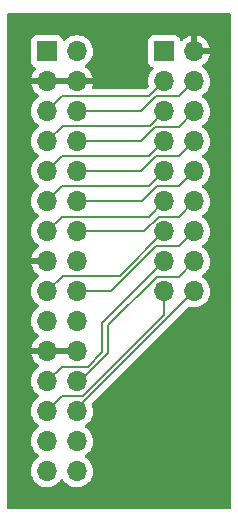
<source format=gbl>
%TF.GenerationSoftware,KiCad,Pcbnew,(5.99.0-11691-gd9cf939ba1)*%
%TF.CreationDate,2021-08-18T15:14:57+12:00*%
%TF.ProjectId,pmod_ov7670,706d6f64-5f6f-4763-9736-37302e6b6963,rev?*%
%TF.SameCoordinates,Original*%
%TF.FileFunction,Copper,L2,Bot*%
%TF.FilePolarity,Positive*%
%FSLAX46Y46*%
G04 Gerber Fmt 4.6, Leading zero omitted, Abs format (unit mm)*
G04 Created by KiCad (PCBNEW (5.99.0-11691-gd9cf939ba1)) date 2021-08-18 15:14:57*
%MOMM*%
%LPD*%
G01*
G04 APERTURE LIST*
%TA.AperFunction,ComponentPad*%
%ADD10R,1.700000X1.700000*%
%TD*%
%TA.AperFunction,ComponentPad*%
%ADD11O,1.700000X1.700000*%
%TD*%
%TA.AperFunction,Conductor*%
%ADD12C,0.200000*%
%TD*%
G04 APERTURE END LIST*
D10*
%TO.P,J2,1,Pin_1*%
%TO.N,+3V3*%
X31825000Y-21700000D03*
D11*
%TO.P,J2,2,Pin_2*%
%TO.N,GND*%
X34365000Y-21700000D03*
%TO.P,J2,3,Pin_3*%
%TO.N,/CAM_SCL*%
X31825000Y-24240000D03*
%TO.P,J2,4,Pin_4*%
%TO.N,/F20*%
X34365000Y-24240000D03*
%TO.P,J2,5,Pin_5*%
%TO.N,/CAM_VSY*%
X31825000Y-26780000D03*
%TO.P,J2,6,Pin_6*%
%TO.N,/B20*%
X34365000Y-26780000D03*
%TO.P,J2,7,Pin_7*%
%TO.N,/CAM_PCLK*%
X31825000Y-29320000D03*
%TO.P,J2,8,Pin_8*%
%TO.N,/B18*%
X34365000Y-29320000D03*
%TO.P,J2,9,Pin_9*%
%TO.N,/CAM_D7*%
X31825000Y-31860000D03*
%TO.P,J2,10,Pin_10*%
%TO.N,/C17*%
X34365000Y-31860000D03*
%TO.P,J2,11,Pin_11*%
%TO.N,/CAM_D5*%
X31825000Y-34400000D03*
%TO.P,J2,12,Pin_12*%
%TO.N,/D3*%
X34365000Y-34400000D03*
%TO.P,J2,13,Pin_13*%
%TO.N,/C3*%
X31825000Y-36940000D03*
%TO.P,J2,14,Pin_14*%
%TO.N,/B4*%
X34365000Y-36940000D03*
%TO.P,J2,15,Pin_15*%
%TO.N,/A3*%
X31825000Y-39480000D03*
%TO.P,J2,16,Pin_16*%
%TO.N,/E3*%
X34365000Y-39480000D03*
%TO.P,J2,17,Pin_17*%
%TO.N,/B1*%
X31825000Y-42020000D03*
%TO.P,J2,18,Pin_18*%
%TO.N,/C2*%
X34365000Y-42020000D03*
%TD*%
D10*
%TO.P,J1,1,Pin_1*%
%TO.N,+3V3*%
X21900000Y-21700000D03*
D11*
%TO.P,J1,2,Pin_2*%
X24440000Y-21700000D03*
%TO.P,J1,3,Pin_3*%
%TO.N,GND*%
X21900000Y-24240000D03*
%TO.P,J1,4,Pin_4*%
X24440000Y-24240000D03*
%TO.P,J1,5,Pin_5*%
%TO.N,/CAM_SCL*%
X21900000Y-26780000D03*
%TO.P,J1,6,Pin_6*%
%TO.N,/F20*%
X24440000Y-26780000D03*
%TO.P,J1,7,Pin_7*%
%TO.N,/CAM_VSY*%
X21900000Y-29320000D03*
%TO.P,J1,8,Pin_8*%
%TO.N,/B20*%
X24440000Y-29320000D03*
%TO.P,J1,9,Pin_9*%
%TO.N,/CAM_PCLK*%
X21900000Y-31860000D03*
%TO.P,J1,10,Pin_10*%
%TO.N,/B18*%
X24440000Y-31860000D03*
%TO.P,J1,11,Pin_11*%
%TO.N,/CAM_D7*%
X21900000Y-34400000D03*
%TO.P,J1,12,Pin_12*%
%TO.N,/C17*%
X24440000Y-34400000D03*
%TO.P,J1,13,Pin_13*%
%TO.N,/CAM_D5*%
X21900000Y-36940000D03*
%TO.P,J1,14,Pin_14*%
%TO.N,/D3*%
X24440000Y-36940000D03*
%TO.P,J1,15,Pin_15*%
%TO.N,GND*%
X21900000Y-39480000D03*
%TO.P,J1,16,Pin_16*%
%TO.N,+5V*%
X24440000Y-39480000D03*
%TO.P,J1,17,Pin_17*%
%TO.N,/C3*%
X21900000Y-42020000D03*
%TO.P,J1,18,Pin_18*%
%TO.N,/B4*%
X24440000Y-42020000D03*
%TO.P,J1,19,Pin_19*%
%TO.N,+3V3*%
X21900000Y-44560000D03*
%TO.P,J1,20,Pin_20*%
X24440000Y-44560000D03*
%TO.P,J1,21,Pin_21*%
%TO.N,GND*%
X21900000Y-47100000D03*
%TO.P,J1,22,Pin_22*%
X24440000Y-47100000D03*
%TO.P,J1,23,Pin_23*%
%TO.N,/A3*%
X21900000Y-49640000D03*
%TO.P,J1,24,Pin_24*%
%TO.N,/E3*%
X24440000Y-49640000D03*
%TO.P,J1,25,Pin_25*%
%TO.N,/B1*%
X21900000Y-52180000D03*
%TO.P,J1,26,Pin_26*%
%TO.N,/C2*%
X24440000Y-52180000D03*
%TO.P,J1,27,Pin_27*%
%TO.N,/D2*%
X21900000Y-54720000D03*
%TO.P,J1,28,Pin_28*%
%TO.N,/C1*%
X24440000Y-54720000D03*
%TO.P,J1,29,Pin_29*%
%TO.N,/E2*%
X21900000Y-57260000D03*
%TO.P,J1,30,Pin_30*%
%TO.N,/D1*%
X24440000Y-57260000D03*
%TD*%
D12*
%TO.N,/F20*%
X29850006Y-26780000D02*
X24440000Y-26780000D01*
X31130006Y-25500000D02*
X29850006Y-26780000D01*
X33105000Y-25500000D02*
X31130006Y-25500000D01*
X34365000Y-24240000D02*
X33105000Y-25500000D01*
%TO.N,/B20*%
X31070006Y-28100000D02*
X29850006Y-29320000D01*
X33045000Y-28100000D02*
X31070006Y-28100000D01*
X34365000Y-26780000D02*
X33045000Y-28100000D01*
X29850006Y-29320000D02*
X24440000Y-29320000D01*
%TO.N,/B18*%
X31139023Y-30600000D02*
X29879023Y-31860000D01*
X29879023Y-31860000D02*
X24440000Y-31860000D01*
X33085000Y-30600000D02*
X31139023Y-30600000D01*
X34365000Y-29320000D02*
X33085000Y-30600000D01*
%TO.N,/E3*%
X24725007Y-49640000D02*
X24440000Y-49640000D01*
X27100000Y-47265007D02*
X24725007Y-49640000D01*
X31209673Y-40800000D02*
X27100000Y-44909673D01*
X33045000Y-40800000D02*
X31209673Y-40800000D01*
X27100000Y-44909673D02*
X27100000Y-47265007D01*
X34365000Y-39480000D02*
X33045000Y-40800000D01*
%TO.N,/D3*%
X31400000Y-35700000D02*
X30160000Y-36940000D01*
X30160000Y-36940000D02*
X24440000Y-36940000D01*
X33065000Y-35700000D02*
X31400000Y-35700000D01*
X34365000Y-34400000D02*
X33065000Y-35700000D01*
%TO.N,/C17*%
X29958367Y-34400000D02*
X24440000Y-34400000D01*
X31258367Y-33100000D02*
X29958367Y-34400000D01*
X33125000Y-33100000D02*
X31258367Y-33100000D01*
X34365000Y-31860000D02*
X33125000Y-33100000D01*
%TO.N,/B4*%
X31130006Y-38200000D02*
X27310006Y-42020000D01*
X33105000Y-38200000D02*
X31130006Y-38200000D01*
X34365000Y-36940000D02*
X33105000Y-38200000D01*
X27310006Y-42020000D02*
X24440000Y-42020000D01*
%TO.N,/B1*%
X23180000Y-50900000D02*
X21900000Y-52180000D01*
X24919994Y-50900000D02*
X23180000Y-50900000D01*
X31825000Y-43994994D02*
X24919994Y-50900000D01*
X31825000Y-42020000D02*
X31825000Y-43994994D01*
%TO.N,/A3*%
X25400001Y-48400000D02*
X23140000Y-48400000D01*
X23140000Y-48400000D02*
X21900000Y-49640000D01*
X26600000Y-47200001D02*
X25400001Y-48400000D01*
X26600000Y-44705000D02*
X26600000Y-47200001D01*
X31825000Y-39480000D02*
X26600000Y-44705000D01*
%TO.N,/C3*%
X28065000Y-40700000D02*
X23220000Y-40700000D01*
X23220000Y-40700000D02*
X21900000Y-42020000D01*
X31825000Y-36940000D02*
X28065000Y-40700000D01*
%TO.N,/CAM_D5*%
X23140000Y-35700000D02*
X21900000Y-36940000D01*
X30525000Y-35700000D02*
X23140000Y-35700000D01*
X31825000Y-34400000D02*
X30525000Y-35700000D01*
%TO.N,/CAM_D7*%
X30585000Y-33100000D02*
X23200000Y-33100000D01*
X31825000Y-31860000D02*
X30585000Y-33100000D01*
X23200000Y-33100000D02*
X21900000Y-34400000D01*
%TO.N,/CAM_PCLK*%
X23160000Y-30600000D02*
X21900000Y-31860000D01*
X30545000Y-30600000D02*
X23160000Y-30600000D01*
X31825000Y-29320000D02*
X30545000Y-30600000D01*
%TO.N,/CAM_VSY*%
X30605000Y-28000000D02*
X23220000Y-28000000D01*
X31825000Y-26780000D02*
X30605000Y-28000000D01*
X23220000Y-28000000D02*
X21900000Y-29320000D01*
%TO.N,/CAM_SCL*%
X23180000Y-25500000D02*
X21900000Y-26780000D01*
X30565000Y-25500000D02*
X23180000Y-25500000D01*
X31825000Y-24240000D02*
X30565000Y-25500000D01*
%TO.N,/C2*%
X34365000Y-42020000D02*
X24440000Y-51945000D01*
X24440000Y-51945000D02*
X24440000Y-52180000D01*
%TD*%
%TA.AperFunction,Conductor*%
%TO.N,GND*%
G36*
X37434121Y-18528002D02*
G01*
X37480614Y-18581658D01*
X37492000Y-18634000D01*
X37492000Y-60366000D01*
X37471998Y-60434121D01*
X37418342Y-60480614D01*
X37366000Y-60492000D01*
X18634000Y-60492000D01*
X18565879Y-60471998D01*
X18519386Y-60418342D01*
X18508000Y-60366000D01*
X18508000Y-26746695D01*
X20537251Y-26746695D01*
X20537548Y-26751848D01*
X20537548Y-26751851D01*
X20543011Y-26846590D01*
X20550110Y-26969715D01*
X20551247Y-26974761D01*
X20551248Y-26974767D01*
X20571119Y-27062939D01*
X20599222Y-27187639D01*
X20637461Y-27281811D01*
X20680783Y-27388500D01*
X20683266Y-27394616D01*
X20799987Y-27585088D01*
X20946250Y-27753938D01*
X21118126Y-27896632D01*
X21188595Y-27937811D01*
X21191445Y-27939476D01*
X21240169Y-27991114D01*
X21253240Y-28060897D01*
X21226509Y-28126669D01*
X21186055Y-28160027D01*
X21173607Y-28166507D01*
X21169474Y-28169610D01*
X21169471Y-28169612D01*
X21145247Y-28187800D01*
X20994965Y-28300635D01*
X20840629Y-28462138D01*
X20714743Y-28646680D01*
X20620688Y-28849305D01*
X20560989Y-29064570D01*
X20537251Y-29286695D01*
X20537548Y-29291848D01*
X20537548Y-29291851D01*
X20543011Y-29386590D01*
X20550110Y-29509715D01*
X20551247Y-29514761D01*
X20551248Y-29514767D01*
X20571119Y-29602939D01*
X20599222Y-29727639D01*
X20637461Y-29821811D01*
X20680783Y-29928500D01*
X20683266Y-29934616D01*
X20799987Y-30125088D01*
X20946250Y-30293938D01*
X21118126Y-30436632D01*
X21188595Y-30477811D01*
X21191445Y-30479476D01*
X21240169Y-30531114D01*
X21253240Y-30600897D01*
X21226509Y-30666669D01*
X21186055Y-30700027D01*
X21173607Y-30706507D01*
X21169474Y-30709610D01*
X21169471Y-30709612D01*
X21145247Y-30727800D01*
X20994965Y-30840635D01*
X20840629Y-31002138D01*
X20714743Y-31186680D01*
X20620688Y-31389305D01*
X20560989Y-31604570D01*
X20537251Y-31826695D01*
X20537548Y-31831848D01*
X20537548Y-31831851D01*
X20543011Y-31926590D01*
X20550110Y-32049715D01*
X20551247Y-32054761D01*
X20551248Y-32054767D01*
X20563857Y-32110715D01*
X20599222Y-32267639D01*
X20637461Y-32361811D01*
X20680783Y-32468500D01*
X20683266Y-32474616D01*
X20799987Y-32665088D01*
X20946250Y-32833938D01*
X21118126Y-32976632D01*
X21188595Y-33017811D01*
X21191445Y-33019476D01*
X21240169Y-33071114D01*
X21253240Y-33140897D01*
X21226509Y-33206669D01*
X21186055Y-33240027D01*
X21173607Y-33246507D01*
X21169474Y-33249610D01*
X21169471Y-33249612D01*
X21145247Y-33267800D01*
X20994965Y-33380635D01*
X20840629Y-33542138D01*
X20714743Y-33726680D01*
X20620688Y-33929305D01*
X20560989Y-34144570D01*
X20537251Y-34366695D01*
X20537548Y-34371848D01*
X20537548Y-34371851D01*
X20543011Y-34466590D01*
X20550110Y-34589715D01*
X20551247Y-34594761D01*
X20551248Y-34594767D01*
X20571119Y-34682939D01*
X20599222Y-34807639D01*
X20637461Y-34901811D01*
X20680783Y-35008500D01*
X20683266Y-35014616D01*
X20799987Y-35205088D01*
X20946250Y-35373938D01*
X21118126Y-35516632D01*
X21188595Y-35557811D01*
X21191445Y-35559476D01*
X21240169Y-35611114D01*
X21253240Y-35680897D01*
X21226509Y-35746669D01*
X21186055Y-35780027D01*
X21173607Y-35786507D01*
X21169474Y-35789610D01*
X21169471Y-35789612D01*
X21145247Y-35807800D01*
X20994965Y-35920635D01*
X20840629Y-36082138D01*
X20714743Y-36266680D01*
X20620688Y-36469305D01*
X20560989Y-36684570D01*
X20537251Y-36906695D01*
X20537548Y-36911848D01*
X20537548Y-36911851D01*
X20543011Y-37006590D01*
X20550110Y-37129715D01*
X20551247Y-37134761D01*
X20551248Y-37134767D01*
X20571119Y-37222939D01*
X20599222Y-37347639D01*
X20637461Y-37441811D01*
X20680783Y-37548500D01*
X20683266Y-37554616D01*
X20722521Y-37618675D01*
X20797291Y-37740688D01*
X20799987Y-37745088D01*
X20946250Y-37913938D01*
X21118126Y-38056632D01*
X21191445Y-38099476D01*
X21191955Y-38099774D01*
X21240679Y-38151412D01*
X21253750Y-38221195D01*
X21227019Y-38286967D01*
X21186562Y-38320327D01*
X21178457Y-38324546D01*
X21169738Y-38330036D01*
X20999433Y-38457905D01*
X20991726Y-38464748D01*
X20844590Y-38618717D01*
X20838104Y-38626727D01*
X20718098Y-38802649D01*
X20713000Y-38811623D01*
X20623338Y-39004783D01*
X20619775Y-39014470D01*
X20564389Y-39214183D01*
X20565912Y-39222607D01*
X20578292Y-39226000D01*
X22028000Y-39226000D01*
X22096121Y-39246002D01*
X22142614Y-39299658D01*
X22154000Y-39352000D01*
X22154000Y-39608000D01*
X22133998Y-39676121D01*
X22080342Y-39722614D01*
X22028000Y-39734000D01*
X20583225Y-39734000D01*
X20569694Y-39737973D01*
X20568257Y-39747966D01*
X20598565Y-39882446D01*
X20601645Y-39892275D01*
X20681770Y-40089603D01*
X20686413Y-40098794D01*
X20797694Y-40280388D01*
X20803777Y-40288699D01*
X20943213Y-40449667D01*
X20950580Y-40456883D01*
X21114434Y-40592916D01*
X21122881Y-40598831D01*
X21191969Y-40639203D01*
X21240693Y-40690842D01*
X21253764Y-40760625D01*
X21227033Y-40826396D01*
X21186584Y-40859752D01*
X21173607Y-40866507D01*
X21169474Y-40869610D01*
X21169471Y-40869612D01*
X21145247Y-40887800D01*
X20994965Y-41000635D01*
X20840629Y-41162138D01*
X20714743Y-41346680D01*
X20620688Y-41549305D01*
X20560989Y-41764570D01*
X20537251Y-41986695D01*
X20537548Y-41991848D01*
X20537548Y-41991851D01*
X20543011Y-42086590D01*
X20550110Y-42209715D01*
X20551247Y-42214761D01*
X20551248Y-42214767D01*
X20571119Y-42302939D01*
X20599222Y-42427639D01*
X20637461Y-42521811D01*
X20680783Y-42628500D01*
X20683266Y-42634616D01*
X20722521Y-42698675D01*
X20797291Y-42820688D01*
X20799987Y-42825088D01*
X20946250Y-42993938D01*
X21118126Y-43136632D01*
X21188595Y-43177811D01*
X21191445Y-43179476D01*
X21240169Y-43231114D01*
X21253240Y-43300897D01*
X21226509Y-43366669D01*
X21186055Y-43400027D01*
X21173607Y-43406507D01*
X21169474Y-43409610D01*
X21169471Y-43409612D01*
X21145247Y-43427800D01*
X20994965Y-43540635D01*
X20840629Y-43702138D01*
X20714743Y-43886680D01*
X20620688Y-44089305D01*
X20560989Y-44304570D01*
X20537251Y-44526695D01*
X20537548Y-44531848D01*
X20537548Y-44531851D01*
X20538936Y-44555916D01*
X20550110Y-44749715D01*
X20551247Y-44754761D01*
X20551248Y-44754767D01*
X20572275Y-44848069D01*
X20599222Y-44967639D01*
X20683266Y-45174616D01*
X20734019Y-45257438D01*
X20797291Y-45360688D01*
X20799987Y-45365088D01*
X20946250Y-45533938D01*
X21118126Y-45676632D01*
X21191955Y-45719774D01*
X21240679Y-45771412D01*
X21253750Y-45841195D01*
X21227019Y-45906967D01*
X21186562Y-45940327D01*
X21178457Y-45944546D01*
X21169738Y-45950036D01*
X20999433Y-46077905D01*
X20991726Y-46084748D01*
X20844590Y-46238717D01*
X20838104Y-46246727D01*
X20718098Y-46422649D01*
X20713000Y-46431623D01*
X20623338Y-46624783D01*
X20619775Y-46634470D01*
X20564389Y-46834183D01*
X20565912Y-46842607D01*
X20578292Y-46846000D01*
X24568000Y-46846000D01*
X24636121Y-46866002D01*
X24682614Y-46919658D01*
X24694000Y-46972000D01*
X24694000Y-47228000D01*
X24673998Y-47296121D01*
X24620342Y-47342614D01*
X24568000Y-47354000D01*
X20583225Y-47354000D01*
X20569694Y-47357973D01*
X20568257Y-47367966D01*
X20598565Y-47502446D01*
X20601645Y-47512275D01*
X20681770Y-47709603D01*
X20686413Y-47718794D01*
X20797694Y-47900388D01*
X20803777Y-47908699D01*
X20943213Y-48069667D01*
X20950580Y-48076883D01*
X21114434Y-48212916D01*
X21122881Y-48218831D01*
X21191969Y-48259203D01*
X21240693Y-48310842D01*
X21253764Y-48380625D01*
X21227033Y-48446396D01*
X21186584Y-48479752D01*
X21173607Y-48486507D01*
X21169474Y-48489610D01*
X21169471Y-48489612D01*
X20999100Y-48617530D01*
X20994965Y-48620635D01*
X20840629Y-48782138D01*
X20714743Y-48966680D01*
X20620688Y-49169305D01*
X20560989Y-49384570D01*
X20537251Y-49606695D01*
X20550110Y-49829715D01*
X20551247Y-49834761D01*
X20551248Y-49834767D01*
X20575304Y-49941508D01*
X20599222Y-50047639D01*
X20683266Y-50254616D01*
X20799987Y-50445088D01*
X20946250Y-50613938D01*
X21118126Y-50756632D01*
X21188595Y-50797811D01*
X21191445Y-50799476D01*
X21240169Y-50851114D01*
X21253240Y-50920897D01*
X21226509Y-50986669D01*
X21186055Y-51020027D01*
X21173607Y-51026507D01*
X21169474Y-51029610D01*
X21169471Y-51029612D01*
X20999100Y-51157530D01*
X20994965Y-51160635D01*
X20840629Y-51322138D01*
X20714743Y-51506680D01*
X20620688Y-51709305D01*
X20560989Y-51924570D01*
X20537251Y-52146695D01*
X20537548Y-52151848D01*
X20537548Y-52151851D01*
X20543011Y-52246590D01*
X20550110Y-52369715D01*
X20551247Y-52374761D01*
X20551248Y-52374767D01*
X20571119Y-52462939D01*
X20599222Y-52587639D01*
X20683266Y-52794616D01*
X20734019Y-52877438D01*
X20797291Y-52980688D01*
X20799987Y-52985088D01*
X20946250Y-53153938D01*
X21118126Y-53296632D01*
X21188595Y-53337811D01*
X21191445Y-53339476D01*
X21240169Y-53391114D01*
X21253240Y-53460897D01*
X21226509Y-53526669D01*
X21186055Y-53560027D01*
X21173607Y-53566507D01*
X21169474Y-53569610D01*
X21169471Y-53569612D01*
X21145247Y-53587800D01*
X20994965Y-53700635D01*
X20840629Y-53862138D01*
X20714743Y-54046680D01*
X20620688Y-54249305D01*
X20560989Y-54464570D01*
X20537251Y-54686695D01*
X20537548Y-54691848D01*
X20537548Y-54691851D01*
X20543011Y-54786590D01*
X20550110Y-54909715D01*
X20551247Y-54914761D01*
X20551248Y-54914767D01*
X20571119Y-55002939D01*
X20599222Y-55127639D01*
X20683266Y-55334616D01*
X20734019Y-55417438D01*
X20797291Y-55520688D01*
X20799987Y-55525088D01*
X20946250Y-55693938D01*
X21118126Y-55836632D01*
X21188595Y-55877811D01*
X21191445Y-55879476D01*
X21240169Y-55931114D01*
X21253240Y-56000897D01*
X21226509Y-56066669D01*
X21186055Y-56100027D01*
X21173607Y-56106507D01*
X21169474Y-56109610D01*
X21169471Y-56109612D01*
X21145247Y-56127800D01*
X20994965Y-56240635D01*
X20840629Y-56402138D01*
X20714743Y-56586680D01*
X20620688Y-56789305D01*
X20560989Y-57004570D01*
X20537251Y-57226695D01*
X20537548Y-57231848D01*
X20537548Y-57231851D01*
X20543011Y-57326590D01*
X20550110Y-57449715D01*
X20551247Y-57454761D01*
X20551248Y-57454767D01*
X20571119Y-57542939D01*
X20599222Y-57667639D01*
X20683266Y-57874616D01*
X20734019Y-57957438D01*
X20797291Y-58060688D01*
X20799987Y-58065088D01*
X20946250Y-58233938D01*
X21118126Y-58376632D01*
X21311000Y-58489338D01*
X21519692Y-58569030D01*
X21524760Y-58570061D01*
X21524763Y-58570062D01*
X21632017Y-58591883D01*
X21738597Y-58613567D01*
X21743772Y-58613757D01*
X21743774Y-58613757D01*
X21956673Y-58621564D01*
X21956677Y-58621564D01*
X21961837Y-58621753D01*
X21966957Y-58621097D01*
X21966959Y-58621097D01*
X22178288Y-58594025D01*
X22178289Y-58594025D01*
X22183416Y-58593368D01*
X22188366Y-58591883D01*
X22392429Y-58530661D01*
X22392434Y-58530659D01*
X22397384Y-58529174D01*
X22597994Y-58430896D01*
X22779860Y-58301173D01*
X22938096Y-58143489D01*
X22997594Y-58060689D01*
X23068453Y-57962077D01*
X23069776Y-57963028D01*
X23116645Y-57919857D01*
X23186580Y-57907625D01*
X23252026Y-57935144D01*
X23279875Y-57966994D01*
X23339987Y-58065088D01*
X23486250Y-58233938D01*
X23658126Y-58376632D01*
X23851000Y-58489338D01*
X24059692Y-58569030D01*
X24064760Y-58570061D01*
X24064763Y-58570062D01*
X24172017Y-58591883D01*
X24278597Y-58613567D01*
X24283772Y-58613757D01*
X24283774Y-58613757D01*
X24496673Y-58621564D01*
X24496677Y-58621564D01*
X24501837Y-58621753D01*
X24506957Y-58621097D01*
X24506959Y-58621097D01*
X24718288Y-58594025D01*
X24718289Y-58594025D01*
X24723416Y-58593368D01*
X24728366Y-58591883D01*
X24932429Y-58530661D01*
X24932434Y-58530659D01*
X24937384Y-58529174D01*
X25137994Y-58430896D01*
X25319860Y-58301173D01*
X25478096Y-58143489D01*
X25537594Y-58060689D01*
X25605435Y-57966277D01*
X25608453Y-57962077D01*
X25629320Y-57919857D01*
X25705136Y-57766453D01*
X25705137Y-57766451D01*
X25707430Y-57761811D01*
X25772370Y-57548069D01*
X25801529Y-57326590D01*
X25803156Y-57260000D01*
X25784852Y-57037361D01*
X25730431Y-56820702D01*
X25641354Y-56615840D01*
X25520014Y-56428277D01*
X25369670Y-56263051D01*
X25365619Y-56259852D01*
X25365615Y-56259848D01*
X25198414Y-56127800D01*
X25198410Y-56127798D01*
X25194359Y-56124598D01*
X25153053Y-56101796D01*
X25103084Y-56051364D01*
X25088312Y-55981921D01*
X25113428Y-55915516D01*
X25140780Y-55888909D01*
X25184603Y-55857650D01*
X25319860Y-55761173D01*
X25478096Y-55603489D01*
X25537594Y-55520689D01*
X25605435Y-55426277D01*
X25608453Y-55422077D01*
X25629320Y-55379857D01*
X25705136Y-55226453D01*
X25705137Y-55226451D01*
X25707430Y-55221811D01*
X25772370Y-55008069D01*
X25801529Y-54786590D01*
X25803156Y-54720000D01*
X25784852Y-54497361D01*
X25730431Y-54280702D01*
X25641354Y-54075840D01*
X25520014Y-53888277D01*
X25369670Y-53723051D01*
X25365619Y-53719852D01*
X25365615Y-53719848D01*
X25198414Y-53587800D01*
X25198410Y-53587798D01*
X25194359Y-53584598D01*
X25153053Y-53561796D01*
X25103084Y-53511364D01*
X25088312Y-53441921D01*
X25113428Y-53375516D01*
X25140780Y-53348909D01*
X25184603Y-53317650D01*
X25319860Y-53221173D01*
X25478096Y-53063489D01*
X25537594Y-52980689D01*
X25605435Y-52886277D01*
X25608453Y-52882077D01*
X25629320Y-52839857D01*
X25705136Y-52686453D01*
X25705137Y-52686451D01*
X25707430Y-52681811D01*
X25772370Y-52468069D01*
X25801529Y-52246590D01*
X25803156Y-52180000D01*
X25784852Y-51957361D01*
X25730431Y-51740702D01*
X25696278Y-51662155D01*
X25687457Y-51591708D01*
X25722732Y-51522817D01*
X33880171Y-43365378D01*
X33942483Y-43331352D01*
X33994385Y-43331002D01*
X34203597Y-43373567D01*
X34208772Y-43373757D01*
X34208774Y-43373757D01*
X34421673Y-43381564D01*
X34421677Y-43381564D01*
X34426837Y-43381753D01*
X34431957Y-43381097D01*
X34431959Y-43381097D01*
X34643288Y-43354025D01*
X34643289Y-43354025D01*
X34648416Y-43353368D01*
X34721799Y-43331352D01*
X34857429Y-43290661D01*
X34857434Y-43290659D01*
X34862384Y-43289174D01*
X35062994Y-43190896D01*
X35244860Y-43061173D01*
X35403096Y-42903489D01*
X35462594Y-42820689D01*
X35530435Y-42726277D01*
X35533453Y-42722077D01*
X35554320Y-42679857D01*
X35630136Y-42526453D01*
X35630137Y-42526451D01*
X35632430Y-42521811D01*
X35697370Y-42308069D01*
X35726529Y-42086590D01*
X35728156Y-42020000D01*
X35709852Y-41797361D01*
X35655431Y-41580702D01*
X35566354Y-41375840D01*
X35445014Y-41188277D01*
X35294670Y-41023051D01*
X35290619Y-41019852D01*
X35290615Y-41019848D01*
X35123414Y-40887800D01*
X35123410Y-40887798D01*
X35119359Y-40884598D01*
X35078053Y-40861796D01*
X35028084Y-40811364D01*
X35013312Y-40741921D01*
X35038428Y-40675516D01*
X35065780Y-40648909D01*
X35144279Y-40592916D01*
X35244860Y-40521173D01*
X35403096Y-40363489D01*
X35533453Y-40182077D01*
X35580806Y-40086266D01*
X35630136Y-39986453D01*
X35630137Y-39986451D01*
X35632430Y-39981811D01*
X35697370Y-39768069D01*
X35726529Y-39546590D01*
X35728156Y-39480000D01*
X35709852Y-39257361D01*
X35655431Y-39040702D01*
X35566354Y-38835840D01*
X35445014Y-38648277D01*
X35294670Y-38483051D01*
X35290619Y-38479852D01*
X35290615Y-38479848D01*
X35123414Y-38347800D01*
X35123410Y-38347798D01*
X35119359Y-38344598D01*
X35078053Y-38321796D01*
X35028084Y-38271364D01*
X35013312Y-38201921D01*
X35038428Y-38135516D01*
X35065780Y-38108909D01*
X35109603Y-38077650D01*
X35244860Y-37981173D01*
X35403096Y-37823489D01*
X35462594Y-37740689D01*
X35530435Y-37646277D01*
X35533453Y-37642077D01*
X35554320Y-37599857D01*
X35630136Y-37446453D01*
X35630137Y-37446451D01*
X35632430Y-37441811D01*
X35697370Y-37228069D01*
X35726529Y-37006590D01*
X35728156Y-36940000D01*
X35709852Y-36717361D01*
X35655431Y-36500702D01*
X35566354Y-36295840D01*
X35445014Y-36108277D01*
X35294670Y-35943051D01*
X35290619Y-35939852D01*
X35290615Y-35939848D01*
X35123414Y-35807800D01*
X35123410Y-35807798D01*
X35119359Y-35804598D01*
X35078053Y-35781796D01*
X35028084Y-35731364D01*
X35013312Y-35661921D01*
X35038428Y-35595516D01*
X35065780Y-35568909D01*
X35109603Y-35537650D01*
X35244860Y-35441173D01*
X35403096Y-35283489D01*
X35462594Y-35200689D01*
X35530435Y-35106277D01*
X35533453Y-35102077D01*
X35538681Y-35091500D01*
X35630136Y-34906453D01*
X35630137Y-34906451D01*
X35632430Y-34901811D01*
X35697370Y-34688069D01*
X35726529Y-34466590D01*
X35728156Y-34400000D01*
X35709852Y-34177361D01*
X35655431Y-33960702D01*
X35566354Y-33755840D01*
X35445014Y-33568277D01*
X35294670Y-33403051D01*
X35290619Y-33399852D01*
X35290615Y-33399848D01*
X35123414Y-33267800D01*
X35123410Y-33267798D01*
X35119359Y-33264598D01*
X35078053Y-33241796D01*
X35028084Y-33191364D01*
X35013312Y-33121921D01*
X35038428Y-33055516D01*
X35065780Y-33028909D01*
X35109603Y-32997650D01*
X35244860Y-32901173D01*
X35403096Y-32743489D01*
X35462594Y-32660689D01*
X35530435Y-32566277D01*
X35533453Y-32562077D01*
X35570930Y-32486249D01*
X35630136Y-32366453D01*
X35630137Y-32366451D01*
X35632430Y-32361811D01*
X35697370Y-32148069D01*
X35726529Y-31926590D01*
X35728156Y-31860000D01*
X35709852Y-31637361D01*
X35655431Y-31420702D01*
X35566354Y-31215840D01*
X35445014Y-31028277D01*
X35294670Y-30863051D01*
X35290619Y-30859852D01*
X35290615Y-30859848D01*
X35123414Y-30727800D01*
X35123410Y-30727798D01*
X35119359Y-30724598D01*
X35078053Y-30701796D01*
X35028084Y-30651364D01*
X35013312Y-30581921D01*
X35038428Y-30515516D01*
X35065780Y-30488909D01*
X35109603Y-30457650D01*
X35244860Y-30361173D01*
X35403096Y-30203489D01*
X35462594Y-30120689D01*
X35530435Y-30026277D01*
X35533453Y-30022077D01*
X35579702Y-29928500D01*
X35630136Y-29826453D01*
X35630137Y-29826451D01*
X35632430Y-29821811D01*
X35697370Y-29608069D01*
X35726529Y-29386590D01*
X35728156Y-29320000D01*
X35709852Y-29097361D01*
X35655431Y-28880702D01*
X35566354Y-28675840D01*
X35445014Y-28488277D01*
X35294670Y-28323051D01*
X35290619Y-28319852D01*
X35290615Y-28319848D01*
X35123414Y-28187800D01*
X35123410Y-28187798D01*
X35119359Y-28184598D01*
X35078053Y-28161796D01*
X35028084Y-28111364D01*
X35013312Y-28041921D01*
X35038428Y-27975516D01*
X35065780Y-27948909D01*
X35109603Y-27917650D01*
X35244860Y-27821173D01*
X35403096Y-27663489D01*
X35462594Y-27580689D01*
X35530435Y-27486277D01*
X35533453Y-27482077D01*
X35579702Y-27388500D01*
X35630136Y-27286453D01*
X35630137Y-27286451D01*
X35632430Y-27281811D01*
X35697370Y-27068069D01*
X35726529Y-26846590D01*
X35728156Y-26780000D01*
X35709852Y-26557361D01*
X35655431Y-26340702D01*
X35566354Y-26135840D01*
X35445014Y-25948277D01*
X35294670Y-25783051D01*
X35290619Y-25779852D01*
X35290615Y-25779848D01*
X35123414Y-25647800D01*
X35123410Y-25647798D01*
X35119359Y-25644598D01*
X35078053Y-25621796D01*
X35028084Y-25571364D01*
X35013312Y-25501921D01*
X35038428Y-25435516D01*
X35065780Y-25408909D01*
X35144279Y-25352916D01*
X35244860Y-25281173D01*
X35403096Y-25123489D01*
X35444397Y-25066013D01*
X35530435Y-24946277D01*
X35533453Y-24942077D01*
X35559873Y-24888621D01*
X35630136Y-24746453D01*
X35630137Y-24746451D01*
X35632430Y-24741811D01*
X35697370Y-24528069D01*
X35726529Y-24306590D01*
X35728156Y-24240000D01*
X35709852Y-24017361D01*
X35655431Y-23800702D01*
X35566354Y-23595840D01*
X35445014Y-23408277D01*
X35294670Y-23243051D01*
X35290619Y-23239852D01*
X35290615Y-23239848D01*
X35123414Y-23107800D01*
X35123410Y-23107798D01*
X35119359Y-23104598D01*
X35077569Y-23081529D01*
X35027598Y-23031097D01*
X35012826Y-22961654D01*
X35037942Y-22895248D01*
X35065294Y-22868641D01*
X35240328Y-22743792D01*
X35248200Y-22737139D01*
X35399052Y-22586812D01*
X35405730Y-22578965D01*
X35530003Y-22406020D01*
X35535313Y-22397183D01*
X35629670Y-22206267D01*
X35633469Y-22196672D01*
X35695377Y-21992910D01*
X35697555Y-21982837D01*
X35698986Y-21971962D01*
X35696775Y-21957778D01*
X35683617Y-21954000D01*
X34237000Y-21954000D01*
X34168879Y-21933998D01*
X34122386Y-21880342D01*
X34111000Y-21828000D01*
X34111000Y-20384989D01*
X34619000Y-20384989D01*
X34619000Y-21427885D01*
X34623475Y-21443124D01*
X34624865Y-21444329D01*
X34632548Y-21446000D01*
X35683344Y-21446000D01*
X35696875Y-21442027D01*
X35698180Y-21432947D01*
X35656214Y-21265875D01*
X35652894Y-21256124D01*
X35567972Y-21060814D01*
X35563105Y-21051739D01*
X35447426Y-20872926D01*
X35441136Y-20864757D01*
X35297806Y-20707240D01*
X35290273Y-20700215D01*
X35123139Y-20568222D01*
X35114552Y-20562517D01*
X34928117Y-20459599D01*
X34918705Y-20455369D01*
X34717959Y-20384280D01*
X34707988Y-20381646D01*
X34636837Y-20368972D01*
X34623540Y-20370432D01*
X34619000Y-20384989D01*
X34111000Y-20384989D01*
X34111000Y-20383102D01*
X34107082Y-20369758D01*
X34092806Y-20367771D01*
X34054324Y-20373660D01*
X34044288Y-20376051D01*
X33841868Y-20442212D01*
X33832359Y-20446209D01*
X33643463Y-20544542D01*
X33634738Y-20550036D01*
X33464433Y-20677905D01*
X33456726Y-20684748D01*
X33379478Y-20765584D01*
X33317954Y-20801014D01*
X33247042Y-20797557D01*
X33189255Y-20756311D01*
X33170402Y-20722763D01*
X33128767Y-20611703D01*
X33125615Y-20603295D01*
X33038261Y-20486739D01*
X32921705Y-20399385D01*
X32785316Y-20348255D01*
X32723134Y-20341500D01*
X30926866Y-20341500D01*
X30864684Y-20348255D01*
X30728295Y-20399385D01*
X30611739Y-20486739D01*
X30524385Y-20603295D01*
X30473255Y-20739684D01*
X30466500Y-20801866D01*
X30466500Y-22598134D01*
X30473255Y-22660316D01*
X30524385Y-22796705D01*
X30611739Y-22913261D01*
X30728295Y-23000615D01*
X30736704Y-23003767D01*
X30736705Y-23003768D01*
X30845451Y-23044535D01*
X30902216Y-23087176D01*
X30926916Y-23153738D01*
X30911709Y-23223087D01*
X30892316Y-23249568D01*
X30765629Y-23382138D01*
X30762720Y-23386403D01*
X30762714Y-23386411D01*
X30750409Y-23404450D01*
X30639743Y-23566680D01*
X30545688Y-23769305D01*
X30485989Y-23984570D01*
X30462251Y-24206695D01*
X30462548Y-24211848D01*
X30462548Y-24211851D01*
X30468011Y-24306590D01*
X30475110Y-24429715D01*
X30476247Y-24434762D01*
X30476248Y-24434766D01*
X30514956Y-24606521D01*
X30510420Y-24677372D01*
X30481134Y-24723317D01*
X30349856Y-24854595D01*
X30287544Y-24888621D01*
X30260761Y-24891500D01*
X25831397Y-24891500D01*
X25763276Y-24871498D01*
X25716783Y-24817842D01*
X25706679Y-24747568D01*
X25710839Y-24728871D01*
X25770377Y-24532910D01*
X25772555Y-24522837D01*
X25773986Y-24511962D01*
X25771775Y-24497778D01*
X25758617Y-24494000D01*
X20583225Y-24494000D01*
X20569694Y-24497973D01*
X20568257Y-24507966D01*
X20598565Y-24642446D01*
X20601645Y-24652275D01*
X20681770Y-24849603D01*
X20686413Y-24858794D01*
X20797694Y-25040388D01*
X20803777Y-25048699D01*
X20943213Y-25209667D01*
X20950580Y-25216883D01*
X21114434Y-25352916D01*
X21122881Y-25358831D01*
X21191969Y-25399203D01*
X21240693Y-25450842D01*
X21253764Y-25520625D01*
X21227033Y-25586396D01*
X21186584Y-25619752D01*
X21173607Y-25626507D01*
X21169474Y-25629610D01*
X21169471Y-25629612D01*
X21145247Y-25647800D01*
X20994965Y-25760635D01*
X20840629Y-25922138D01*
X20714743Y-26106680D01*
X20620688Y-26309305D01*
X20560989Y-26524570D01*
X20537251Y-26746695D01*
X18508000Y-26746695D01*
X18508000Y-20801866D01*
X20541500Y-20801866D01*
X20541500Y-22598134D01*
X20548255Y-22660316D01*
X20599385Y-22796705D01*
X20686739Y-22913261D01*
X20803295Y-23000615D01*
X20811704Y-23003767D01*
X20811705Y-23003768D01*
X20920960Y-23044726D01*
X20977725Y-23087367D01*
X21002425Y-23153929D01*
X20987218Y-23223278D01*
X20967825Y-23249759D01*
X20844590Y-23378717D01*
X20838104Y-23386727D01*
X20718098Y-23562649D01*
X20713000Y-23571623D01*
X20623338Y-23764783D01*
X20619775Y-23774470D01*
X20564389Y-23974183D01*
X20565912Y-23982607D01*
X20578292Y-23986000D01*
X25758344Y-23986000D01*
X25771875Y-23982027D01*
X25773180Y-23972947D01*
X25731214Y-23805875D01*
X25727894Y-23796124D01*
X25642972Y-23600814D01*
X25638105Y-23591739D01*
X25522426Y-23412926D01*
X25516136Y-23404757D01*
X25372806Y-23247240D01*
X25365273Y-23240215D01*
X25198139Y-23108222D01*
X25189556Y-23102520D01*
X25152602Y-23082120D01*
X25102631Y-23031687D01*
X25087859Y-22962245D01*
X25112975Y-22895839D01*
X25140327Y-22869232D01*
X25163797Y-22852491D01*
X25319860Y-22741173D01*
X25478096Y-22583489D01*
X25608453Y-22402077D01*
X25707430Y-22201811D01*
X25772370Y-21988069D01*
X25801529Y-21766590D01*
X25803156Y-21700000D01*
X25784852Y-21477361D01*
X25730431Y-21260702D01*
X25641354Y-21055840D01*
X25520014Y-20868277D01*
X25369670Y-20703051D01*
X25365619Y-20699852D01*
X25365615Y-20699848D01*
X25198414Y-20567800D01*
X25198410Y-20567798D01*
X25194359Y-20564598D01*
X25158028Y-20544542D01*
X25142136Y-20535769D01*
X24998789Y-20456638D01*
X24993920Y-20454914D01*
X24993916Y-20454912D01*
X24793087Y-20383795D01*
X24793083Y-20383794D01*
X24788212Y-20382069D01*
X24783119Y-20381162D01*
X24783116Y-20381161D01*
X24573373Y-20343800D01*
X24573367Y-20343799D01*
X24568284Y-20342894D01*
X24494452Y-20341992D01*
X24350081Y-20340228D01*
X24350079Y-20340228D01*
X24344911Y-20340165D01*
X24124091Y-20373955D01*
X23911756Y-20443357D01*
X23713607Y-20546507D01*
X23709474Y-20549610D01*
X23709471Y-20549612D01*
X23539100Y-20677530D01*
X23534965Y-20680635D01*
X23462648Y-20756311D01*
X23454283Y-20765064D01*
X23392759Y-20800494D01*
X23321846Y-20797037D01*
X23264060Y-20755791D01*
X23245207Y-20722243D01*
X23203767Y-20611703D01*
X23200615Y-20603295D01*
X23113261Y-20486739D01*
X22996705Y-20399385D01*
X22860316Y-20348255D01*
X22798134Y-20341500D01*
X21001866Y-20341500D01*
X20939684Y-20348255D01*
X20803295Y-20399385D01*
X20686739Y-20486739D01*
X20599385Y-20603295D01*
X20548255Y-20739684D01*
X20541500Y-20801866D01*
X18508000Y-20801866D01*
X18508000Y-18634000D01*
X18528002Y-18565879D01*
X18581658Y-18519386D01*
X18634000Y-18508000D01*
X37366000Y-18508000D01*
X37434121Y-18528002D01*
G37*
%TD.AperFunction*%
%TD*%
M02*

</source>
